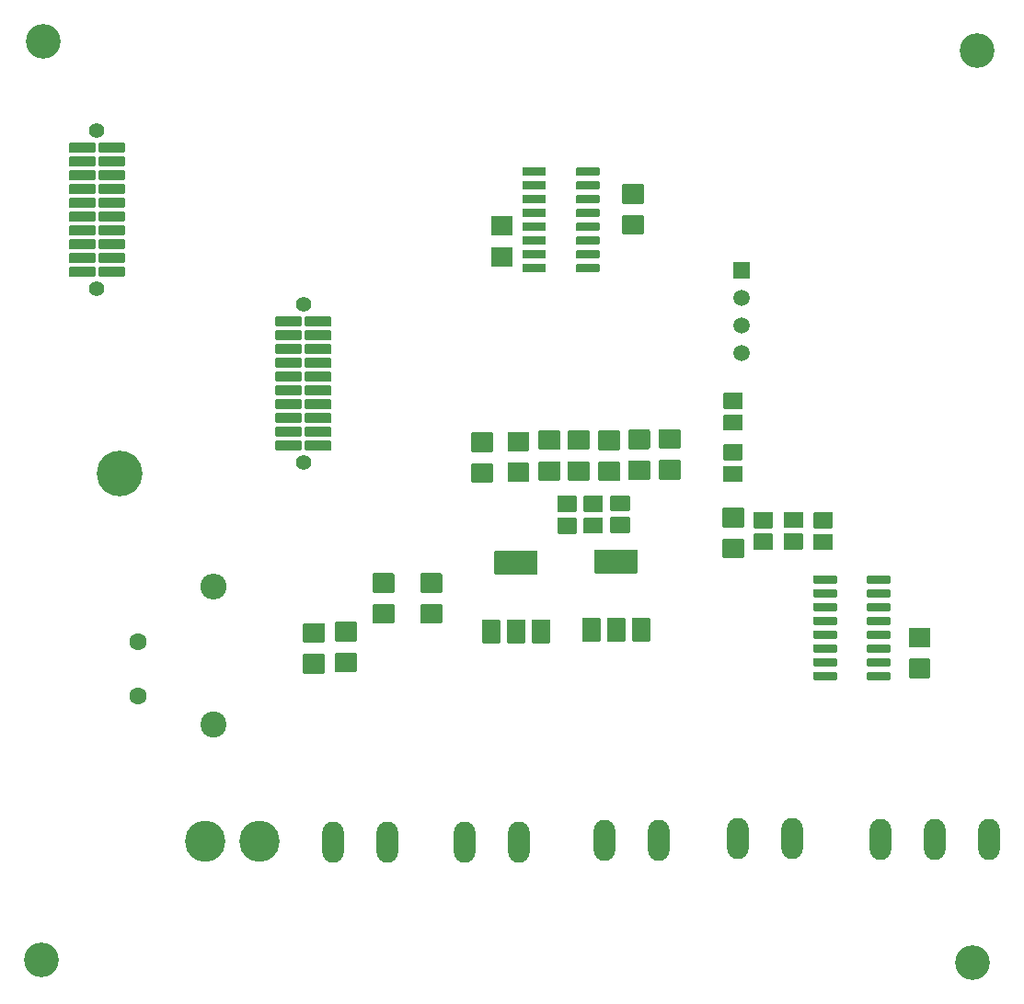
<source format=gbr>
%TF.GenerationSoftware,KiCad,Pcbnew,(5.1.9)-1*%
%TF.CreationDate,2021-09-13T10:00:27+00:00*%
%TF.ProjectId,CZTBoardV3,435a5442-6f61-4726-9456-332e6b696361,rev?*%
%TF.SameCoordinates,Original*%
%TF.FileFunction,Soldermask,Top*%
%TF.FilePolarity,Negative*%
%FSLAX46Y46*%
G04 Gerber Fmt 4.6, Leading zero omitted, Abs format (unit mm)*
G04 Created by KiCad (PCBNEW (5.1.9)-1) date 2021-09-13 10:00:27*
%MOMM*%
%LPD*%
G01*
G04 APERTURE LIST*
%ADD10C,1.600000*%
%ADD11O,2.400000X2.400000*%
%ADD12C,2.400000*%
%ADD13C,4.203200*%
%ADD14C,1.422400*%
%ADD15C,3.200000*%
%ADD16O,1.993900X3.784600*%
%ADD17O,3.703200X3.784600*%
%ADD18C,1.500000*%
%ADD19R,1.500000X1.500000*%
G04 APERTURE END LIST*
D10*
%TO.C,C10*%
X125790000Y-125050000D03*
X125790000Y-130050000D03*
%TD*%
%TO.C,C14*%
G36*
G01*
X181370000Y-103631600D02*
X179770000Y-103631600D01*
G75*
G02*
X179668400Y-103530000I0J101600D01*
G01*
X179668400Y-102230000D01*
G75*
G02*
X179770000Y-102128400I101600J0D01*
G01*
X181370000Y-102128400D01*
G75*
G02*
X181471600Y-102230000I0J-101600D01*
G01*
X181471600Y-103530000D01*
G75*
G02*
X181370000Y-103631600I-101600J0D01*
G01*
G37*
G36*
G01*
X181370000Y-105631600D02*
X179770000Y-105631600D01*
G75*
G02*
X179668400Y-105530000I0J101600D01*
G01*
X179668400Y-104230000D01*
G75*
G02*
X179770000Y-104128400I101600J0D01*
G01*
X181370000Y-104128400D01*
G75*
G02*
X181471600Y-104230000I0J-101600D01*
G01*
X181471600Y-105530000D01*
G75*
G02*
X181370000Y-105631600I-101600J0D01*
G01*
G37*
%TD*%
%TO.C,C11*%
G36*
G01*
X186910000Y-114591600D02*
X185310000Y-114591600D01*
G75*
G02*
X185208400Y-114490000I0J101600D01*
G01*
X185208400Y-113190000D01*
G75*
G02*
X185310000Y-113088400I101600J0D01*
G01*
X186910000Y-113088400D01*
G75*
G02*
X187011600Y-113190000I0J-101600D01*
G01*
X187011600Y-114490000D01*
G75*
G02*
X186910000Y-114591600I-101600J0D01*
G01*
G37*
G36*
G01*
X186910000Y-116591600D02*
X185310000Y-116591600D01*
G75*
G02*
X185208400Y-116490000I0J101600D01*
G01*
X185208400Y-115190000D01*
G75*
G02*
X185310000Y-115088400I101600J0D01*
G01*
X186910000Y-115088400D01*
G75*
G02*
X187011600Y-115190000I0J-101600D01*
G01*
X187011600Y-116490000D01*
G75*
G02*
X186910000Y-116591600I-101600J0D01*
G01*
G37*
%TD*%
%TO.C,C12*%
G36*
G01*
X184140000Y-114611600D02*
X182540000Y-114611600D01*
G75*
G02*
X182438400Y-114510000I0J101600D01*
G01*
X182438400Y-113210000D01*
G75*
G02*
X182540000Y-113108400I101600J0D01*
G01*
X184140000Y-113108400D01*
G75*
G02*
X184241600Y-113210000I0J-101600D01*
G01*
X184241600Y-114510000D01*
G75*
G02*
X184140000Y-114611600I-101600J0D01*
G01*
G37*
G36*
G01*
X184140000Y-116611600D02*
X182540000Y-116611600D01*
G75*
G02*
X182438400Y-116510000I0J101600D01*
G01*
X182438400Y-115210000D01*
G75*
G02*
X182540000Y-115108400I101600J0D01*
G01*
X184140000Y-115108400D01*
G75*
G02*
X184241600Y-115210000I0J-101600D01*
G01*
X184241600Y-116510000D01*
G75*
G02*
X184140000Y-116611600I-101600J0D01*
G01*
G37*
%TD*%
%TO.C,C13*%
G36*
G01*
X181350000Y-108361600D02*
X179750000Y-108361600D01*
G75*
G02*
X179648400Y-108260000I0J101600D01*
G01*
X179648400Y-106960000D01*
G75*
G02*
X179750000Y-106858400I101600J0D01*
G01*
X181350000Y-106858400D01*
G75*
G02*
X181451600Y-106960000I0J-101600D01*
G01*
X181451600Y-108260000D01*
G75*
G02*
X181350000Y-108361600I-101600J0D01*
G01*
G37*
G36*
G01*
X181350000Y-110361600D02*
X179750000Y-110361600D01*
G75*
G02*
X179648400Y-110260000I0J101600D01*
G01*
X179648400Y-108960000D01*
G75*
G02*
X179750000Y-108858400I101600J0D01*
G01*
X181350000Y-108858400D01*
G75*
G02*
X181451600Y-108960000I0J-101600D01*
G01*
X181451600Y-110260000D01*
G75*
G02*
X181350000Y-110361600I-101600J0D01*
G01*
G37*
%TD*%
%TO.C,C6*%
G36*
G01*
X189650000Y-114631600D02*
X188050000Y-114631600D01*
G75*
G02*
X187948400Y-114530000I0J101600D01*
G01*
X187948400Y-113230000D01*
G75*
G02*
X188050000Y-113128400I101600J0D01*
G01*
X189650000Y-113128400D01*
G75*
G02*
X189751600Y-113230000I0J-101600D01*
G01*
X189751600Y-114530000D01*
G75*
G02*
X189650000Y-114631600I-101600J0D01*
G01*
G37*
G36*
G01*
X189650000Y-116631600D02*
X188050000Y-116631600D01*
G75*
G02*
X187948400Y-116530000I0J101600D01*
G01*
X187948400Y-115230000D01*
G75*
G02*
X188050000Y-115128400I101600J0D01*
G01*
X189650000Y-115128400D01*
G75*
G02*
X189751600Y-115230000I0J-101600D01*
G01*
X189751600Y-116530000D01*
G75*
G02*
X189650000Y-116631600I-101600J0D01*
G01*
G37*
%TD*%
%TO.C,C3*%
G36*
G01*
X169380000Y-113568400D02*
X170980000Y-113568400D01*
G75*
G02*
X171081600Y-113670000I0J-101600D01*
G01*
X171081600Y-114970000D01*
G75*
G02*
X170980000Y-115071600I-101600J0D01*
G01*
X169380000Y-115071600D01*
G75*
G02*
X169278400Y-114970000I0J101600D01*
G01*
X169278400Y-113670000D01*
G75*
G02*
X169380000Y-113568400I101600J0D01*
G01*
G37*
G36*
G01*
X169380000Y-111568400D02*
X170980000Y-111568400D01*
G75*
G02*
X171081600Y-111670000I0J-101600D01*
G01*
X171081600Y-112970000D01*
G75*
G02*
X170980000Y-113071600I-101600J0D01*
G01*
X169380000Y-113071600D01*
G75*
G02*
X169278400Y-112970000I0J101600D01*
G01*
X169278400Y-111670000D01*
G75*
G02*
X169380000Y-111568400I101600J0D01*
G01*
G37*
%TD*%
%TO.C,C4*%
G36*
G01*
X166900000Y-113608400D02*
X168500000Y-113608400D01*
G75*
G02*
X168601600Y-113710000I0J-101600D01*
G01*
X168601600Y-115010000D01*
G75*
G02*
X168500000Y-115111600I-101600J0D01*
G01*
X166900000Y-115111600D01*
G75*
G02*
X166798400Y-115010000I0J101600D01*
G01*
X166798400Y-113710000D01*
G75*
G02*
X166900000Y-113608400I101600J0D01*
G01*
G37*
G36*
G01*
X166900000Y-111608400D02*
X168500000Y-111608400D01*
G75*
G02*
X168601600Y-111710000I0J-101600D01*
G01*
X168601600Y-113010000D01*
G75*
G02*
X168500000Y-113111600I-101600J0D01*
G01*
X166900000Y-113111600D01*
G75*
G02*
X166798400Y-113010000I0J101600D01*
G01*
X166798400Y-111710000D01*
G75*
G02*
X166900000Y-111608400I101600J0D01*
G01*
G37*
%TD*%
%TO.C,C2*%
G36*
G01*
X164480000Y-113618400D02*
X166080000Y-113618400D01*
G75*
G02*
X166181600Y-113720000I0J-101600D01*
G01*
X166181600Y-115020000D01*
G75*
G02*
X166080000Y-115121600I-101600J0D01*
G01*
X164480000Y-115121600D01*
G75*
G02*
X164378400Y-115020000I0J101600D01*
G01*
X164378400Y-113720000D01*
G75*
G02*
X164480000Y-113618400I101600J0D01*
G01*
G37*
G36*
G01*
X164480000Y-111618400D02*
X166080000Y-111618400D01*
G75*
G02*
X166181600Y-111720000I0J-101600D01*
G01*
X166181600Y-113020000D01*
G75*
G02*
X166080000Y-113121600I-101600J0D01*
G01*
X164480000Y-113121600D01*
G75*
G02*
X164378400Y-113020000I0J101600D01*
G01*
X164378400Y-111720000D01*
G75*
G02*
X164480000Y-111618400I101600J0D01*
G01*
G37*
%TD*%
D11*
%TO.C,R20*%
X132790000Y-119950000D03*
D12*
X132790000Y-132650000D03*
%TD*%
%TO.C,R1*%
G36*
G01*
X160191500Y-90513600D02*
X158388500Y-90513600D01*
G75*
G02*
X158286900Y-90412000I0J101600D01*
G01*
X158286900Y-88812000D01*
G75*
G02*
X158388500Y-88710400I101600J0D01*
G01*
X160191500Y-88710400D01*
G75*
G02*
X160293100Y-88812000I0J-101600D01*
G01*
X160293100Y-90412000D01*
G75*
G02*
X160191500Y-90513600I-101600J0D01*
G01*
G37*
G36*
G01*
X160191500Y-87669600D02*
X158388500Y-87669600D01*
G75*
G02*
X158286900Y-87568000I0J101600D01*
G01*
X158286900Y-85968000D01*
G75*
G02*
X158388500Y-85866400I101600J0D01*
G01*
X160191500Y-85866400D01*
G75*
G02*
X160293100Y-85968000I0J-101600D01*
G01*
X160293100Y-87568000D01*
G75*
G02*
X160191500Y-87669600I-101600J0D01*
G01*
G37*
%TD*%
%TO.C,R2*%
G36*
G01*
X171018500Y-105526400D02*
X172821500Y-105526400D01*
G75*
G02*
X172923100Y-105628000I0J-101600D01*
G01*
X172923100Y-107228000D01*
G75*
G02*
X172821500Y-107329600I-101600J0D01*
G01*
X171018500Y-107329600D01*
G75*
G02*
X170916900Y-107228000I0J101600D01*
G01*
X170916900Y-105628000D01*
G75*
G02*
X171018500Y-105526400I101600J0D01*
G01*
G37*
G36*
G01*
X171018500Y-108370400D02*
X172821500Y-108370400D01*
G75*
G02*
X172923100Y-108472000I0J-101600D01*
G01*
X172923100Y-110072000D01*
G75*
G02*
X172821500Y-110173600I-101600J0D01*
G01*
X171018500Y-110173600D01*
G75*
G02*
X170916900Y-110072000I0J101600D01*
G01*
X170916900Y-108472000D01*
G75*
G02*
X171018500Y-108370400I101600J0D01*
G01*
G37*
%TD*%
%TO.C,R3*%
G36*
G01*
X172261500Y-87565600D02*
X170458500Y-87565600D01*
G75*
G02*
X170356900Y-87464000I0J101600D01*
G01*
X170356900Y-85864000D01*
G75*
G02*
X170458500Y-85762400I101600J0D01*
G01*
X172261500Y-85762400D01*
G75*
G02*
X172363100Y-85864000I0J-101600D01*
G01*
X172363100Y-87464000D01*
G75*
G02*
X172261500Y-87565600I-101600J0D01*
G01*
G37*
G36*
G01*
X172261500Y-84721600D02*
X170458500Y-84721600D01*
G75*
G02*
X170356900Y-84620000I0J101600D01*
G01*
X170356900Y-83020000D01*
G75*
G02*
X170458500Y-82918400I101600J0D01*
G01*
X172261500Y-82918400D01*
G75*
G02*
X172363100Y-83020000I0J-101600D01*
G01*
X172363100Y-84620000D01*
G75*
G02*
X172261500Y-84721600I-101600J0D01*
G01*
G37*
%TD*%
%TO.C,R4*%
G36*
G01*
X144028500Y-123236400D02*
X145831500Y-123236400D01*
G75*
G02*
X145933100Y-123338000I0J-101600D01*
G01*
X145933100Y-124938000D01*
G75*
G02*
X145831500Y-125039600I-101600J0D01*
G01*
X144028500Y-125039600D01*
G75*
G02*
X143926900Y-124938000I0J101600D01*
G01*
X143926900Y-123338000D01*
G75*
G02*
X144028500Y-123236400I101600J0D01*
G01*
G37*
G36*
G01*
X144028500Y-126080400D02*
X145831500Y-126080400D01*
G75*
G02*
X145933100Y-126182000I0J-101600D01*
G01*
X145933100Y-127782000D01*
G75*
G02*
X145831500Y-127883600I-101600J0D01*
G01*
X144028500Y-127883600D01*
G75*
G02*
X143926900Y-127782000I0J101600D01*
G01*
X143926900Y-126182000D01*
G75*
G02*
X144028500Y-126080400I101600J0D01*
G01*
G37*
%TD*%
%TO.C,R9*%
G36*
G01*
X159908500Y-105718400D02*
X161711500Y-105718400D01*
G75*
G02*
X161813100Y-105820000I0J-101600D01*
G01*
X161813100Y-107420000D01*
G75*
G02*
X161711500Y-107521600I-101600J0D01*
G01*
X159908500Y-107521600D01*
G75*
G02*
X159806900Y-107420000I0J101600D01*
G01*
X159806900Y-105820000D01*
G75*
G02*
X159908500Y-105718400I101600J0D01*
G01*
G37*
G36*
G01*
X159908500Y-108562400D02*
X161711500Y-108562400D01*
G75*
G02*
X161813100Y-108664000I0J-101600D01*
G01*
X161813100Y-110264000D01*
G75*
G02*
X161711500Y-110365600I-101600J0D01*
G01*
X159908500Y-110365600D01*
G75*
G02*
X159806900Y-110264000I0J101600D01*
G01*
X159806900Y-108664000D01*
G75*
G02*
X159908500Y-108562400I101600J0D01*
G01*
G37*
%TD*%
%TO.C,R10*%
G36*
G01*
X151888500Y-118748400D02*
X153691500Y-118748400D01*
G75*
G02*
X153793100Y-118850000I0J-101600D01*
G01*
X153793100Y-120450000D01*
G75*
G02*
X153691500Y-120551600I-101600J0D01*
G01*
X151888500Y-120551600D01*
G75*
G02*
X151786900Y-120450000I0J101600D01*
G01*
X151786900Y-118850000D01*
G75*
G02*
X151888500Y-118748400I101600J0D01*
G01*
G37*
G36*
G01*
X151888500Y-121592400D02*
X153691500Y-121592400D01*
G75*
G02*
X153793100Y-121694000I0J-101600D01*
G01*
X153793100Y-123294000D01*
G75*
G02*
X153691500Y-123395600I-101600J0D01*
G01*
X151888500Y-123395600D01*
G75*
G02*
X151786900Y-123294000I0J101600D01*
G01*
X151786900Y-121694000D01*
G75*
G02*
X151888500Y-121592400I101600J0D01*
G01*
G37*
%TD*%
%TO.C,R11*%
G36*
G01*
X147488500Y-118748400D02*
X149291500Y-118748400D01*
G75*
G02*
X149393100Y-118850000I0J-101600D01*
G01*
X149393100Y-120450000D01*
G75*
G02*
X149291500Y-120551600I-101600J0D01*
G01*
X147488500Y-120551600D01*
G75*
G02*
X147386900Y-120450000I0J101600D01*
G01*
X147386900Y-118850000D01*
G75*
G02*
X147488500Y-118748400I101600J0D01*
G01*
G37*
G36*
G01*
X147488500Y-121592400D02*
X149291500Y-121592400D01*
G75*
G02*
X149393100Y-121694000I0J-101600D01*
G01*
X149393100Y-123294000D01*
G75*
G02*
X149291500Y-123395600I-101600J0D01*
G01*
X147488500Y-123395600D01*
G75*
G02*
X147386900Y-123294000I0J101600D01*
G01*
X147386900Y-121694000D01*
G75*
G02*
X147488500Y-121592400I101600J0D01*
G01*
G37*
%TD*%
%TO.C,R12*%
G36*
G01*
X170061500Y-110275600D02*
X168258500Y-110275600D01*
G75*
G02*
X168156900Y-110174000I0J101600D01*
G01*
X168156900Y-108574000D01*
G75*
G02*
X168258500Y-108472400I101600J0D01*
G01*
X170061500Y-108472400D01*
G75*
G02*
X170163100Y-108574000I0J-101600D01*
G01*
X170163100Y-110174000D01*
G75*
G02*
X170061500Y-110275600I-101600J0D01*
G01*
G37*
G36*
G01*
X170061500Y-107431600D02*
X168258500Y-107431600D01*
G75*
G02*
X168156900Y-107330000I0J101600D01*
G01*
X168156900Y-105730000D01*
G75*
G02*
X168258500Y-105628400I101600J0D01*
G01*
X170061500Y-105628400D01*
G75*
G02*
X170163100Y-105730000I0J-101600D01*
G01*
X170163100Y-107330000D01*
G75*
G02*
X170061500Y-107431600I-101600J0D01*
G01*
G37*
%TD*%
%TO.C,R13*%
G36*
G01*
X173838500Y-105478400D02*
X175641500Y-105478400D01*
G75*
G02*
X175743100Y-105580000I0J-101600D01*
G01*
X175743100Y-107180000D01*
G75*
G02*
X175641500Y-107281600I-101600J0D01*
G01*
X173838500Y-107281600D01*
G75*
G02*
X173736900Y-107180000I0J101600D01*
G01*
X173736900Y-105580000D01*
G75*
G02*
X173838500Y-105478400I101600J0D01*
G01*
G37*
G36*
G01*
X173838500Y-108322400D02*
X175641500Y-108322400D01*
G75*
G02*
X175743100Y-108424000I0J-101600D01*
G01*
X175743100Y-110024000D01*
G75*
G02*
X175641500Y-110125600I-101600J0D01*
G01*
X173838500Y-110125600D01*
G75*
G02*
X173736900Y-110024000I0J101600D01*
G01*
X173736900Y-108424000D01*
G75*
G02*
X173838500Y-108322400I101600J0D01*
G01*
G37*
%TD*%
%TO.C,R14*%
G36*
G01*
X165448500Y-105598400D02*
X167251500Y-105598400D01*
G75*
G02*
X167353100Y-105700000I0J-101600D01*
G01*
X167353100Y-107300000D01*
G75*
G02*
X167251500Y-107401600I-101600J0D01*
G01*
X165448500Y-107401600D01*
G75*
G02*
X165346900Y-107300000I0J101600D01*
G01*
X165346900Y-105700000D01*
G75*
G02*
X165448500Y-105598400I101600J0D01*
G01*
G37*
G36*
G01*
X165448500Y-108442400D02*
X167251500Y-108442400D01*
G75*
G02*
X167353100Y-108544000I0J-101600D01*
G01*
X167353100Y-110144000D01*
G75*
G02*
X167251500Y-110245600I-101600J0D01*
G01*
X165448500Y-110245600D01*
G75*
G02*
X165346900Y-110144000I0J101600D01*
G01*
X165346900Y-108544000D01*
G75*
G02*
X165448500Y-108442400I101600J0D01*
G01*
G37*
%TD*%
%TO.C,R15*%
G36*
G01*
X156578500Y-105778400D02*
X158381500Y-105778400D01*
G75*
G02*
X158483100Y-105880000I0J-101600D01*
G01*
X158483100Y-107480000D01*
G75*
G02*
X158381500Y-107581600I-101600J0D01*
G01*
X156578500Y-107581600D01*
G75*
G02*
X156476900Y-107480000I0J101600D01*
G01*
X156476900Y-105880000D01*
G75*
G02*
X156578500Y-105778400I101600J0D01*
G01*
G37*
G36*
G01*
X156578500Y-108622400D02*
X158381500Y-108622400D01*
G75*
G02*
X158483100Y-108724000I0J-101600D01*
G01*
X158483100Y-110324000D01*
G75*
G02*
X158381500Y-110425600I-101600J0D01*
G01*
X156578500Y-110425600D01*
G75*
G02*
X156476900Y-110324000I0J101600D01*
G01*
X156476900Y-108724000D01*
G75*
G02*
X156578500Y-108622400I101600J0D01*
G01*
G37*
%TD*%
%TO.C,R16*%
G36*
G01*
X162778500Y-105598400D02*
X164581500Y-105598400D01*
G75*
G02*
X164683100Y-105700000I0J-101600D01*
G01*
X164683100Y-107300000D01*
G75*
G02*
X164581500Y-107401600I-101600J0D01*
G01*
X162778500Y-107401600D01*
G75*
G02*
X162676900Y-107300000I0J101600D01*
G01*
X162676900Y-105700000D01*
G75*
G02*
X162778500Y-105598400I101600J0D01*
G01*
G37*
G36*
G01*
X162778500Y-108442400D02*
X164581500Y-108442400D01*
G75*
G02*
X164683100Y-108544000I0J-101600D01*
G01*
X164683100Y-110144000D01*
G75*
G02*
X164581500Y-110245600I-101600J0D01*
G01*
X162778500Y-110245600D01*
G75*
G02*
X162676900Y-110144000I0J101600D01*
G01*
X162676900Y-108544000D01*
G75*
G02*
X162778500Y-108442400I101600J0D01*
G01*
G37*
%TD*%
%TO.C,R17*%
G36*
G01*
X196818500Y-123766400D02*
X198621500Y-123766400D01*
G75*
G02*
X198723100Y-123868000I0J-101600D01*
G01*
X198723100Y-125468000D01*
G75*
G02*
X198621500Y-125569600I-101600J0D01*
G01*
X196818500Y-125569600D01*
G75*
G02*
X196716900Y-125468000I0J101600D01*
G01*
X196716900Y-123868000D01*
G75*
G02*
X196818500Y-123766400I101600J0D01*
G01*
G37*
G36*
G01*
X196818500Y-126610400D02*
X198621500Y-126610400D01*
G75*
G02*
X198723100Y-126712000I0J-101600D01*
G01*
X198723100Y-128312000D01*
G75*
G02*
X198621500Y-128413600I-101600J0D01*
G01*
X196818500Y-128413600D01*
G75*
G02*
X196716900Y-128312000I0J101600D01*
G01*
X196716900Y-126712000D01*
G75*
G02*
X196818500Y-126610400I101600J0D01*
G01*
G37*
%TD*%
%TO.C,R18*%
G36*
G01*
X142901500Y-127995600D02*
X141098500Y-127995600D01*
G75*
G02*
X140996900Y-127894000I0J101600D01*
G01*
X140996900Y-126294000D01*
G75*
G02*
X141098500Y-126192400I101600J0D01*
G01*
X142901500Y-126192400D01*
G75*
G02*
X143003100Y-126294000I0J-101600D01*
G01*
X143003100Y-127894000D01*
G75*
G02*
X142901500Y-127995600I-101600J0D01*
G01*
G37*
G36*
G01*
X142901500Y-125151600D02*
X141098500Y-125151600D01*
G75*
G02*
X140996900Y-125050000I0J101600D01*
G01*
X140996900Y-123450000D01*
G75*
G02*
X141098500Y-123348400I101600J0D01*
G01*
X142901500Y-123348400D01*
G75*
G02*
X143003100Y-123450000I0J-101600D01*
G01*
X143003100Y-125050000D01*
G75*
G02*
X142901500Y-125151600I-101600J0D01*
G01*
G37*
%TD*%
%TO.C,R21*%
G36*
G01*
X181491500Y-117375600D02*
X179688500Y-117375600D01*
G75*
G02*
X179586900Y-117274000I0J101600D01*
G01*
X179586900Y-115674000D01*
G75*
G02*
X179688500Y-115572400I101600J0D01*
G01*
X181491500Y-115572400D01*
G75*
G02*
X181593100Y-115674000I0J-101600D01*
G01*
X181593100Y-117274000D01*
G75*
G02*
X181491500Y-117375600I-101600J0D01*
G01*
G37*
G36*
G01*
X181491500Y-114531600D02*
X179688500Y-114531600D01*
G75*
G02*
X179586900Y-114430000I0J101600D01*
G01*
X179586900Y-112830000D01*
G75*
G02*
X179688500Y-112728400I101600J0D01*
G01*
X181491500Y-112728400D01*
G75*
G02*
X181593100Y-112830000I0J-101600D01*
G01*
X181593100Y-114430000D01*
G75*
G02*
X181491500Y-114531600I-101600J0D01*
G01*
G37*
%TD*%
D13*
%TO.C,U1*%
X124090000Y-109530000D03*
D14*
X122026400Y-92579500D03*
X122026400Y-77974500D03*
G36*
G01*
X122280500Y-79092100D02*
X124502900Y-79092100D01*
G75*
G02*
X124604500Y-79193700I0J-101600D01*
G01*
X124604500Y-79930300D01*
G75*
G02*
X124502900Y-80031900I-101600J0D01*
G01*
X122280500Y-80031900D01*
G75*
G02*
X122178900Y-79930300I0J101600D01*
G01*
X122178900Y-79193700D01*
G75*
G02*
X122280500Y-79092100I101600J0D01*
G01*
G37*
G36*
G01*
X119550000Y-79092100D02*
X121772400Y-79092100D01*
G75*
G02*
X121874000Y-79193700I0J-101600D01*
G01*
X121874000Y-79930300D01*
G75*
G02*
X121772400Y-80031900I-101600J0D01*
G01*
X119550000Y-80031900D01*
G75*
G02*
X119448400Y-79930300I0J101600D01*
G01*
X119448400Y-79193700D01*
G75*
G02*
X119550000Y-79092100I101600J0D01*
G01*
G37*
G36*
G01*
X122280500Y-80362100D02*
X124502900Y-80362100D01*
G75*
G02*
X124604500Y-80463700I0J-101600D01*
G01*
X124604500Y-81200300D01*
G75*
G02*
X124502900Y-81301900I-101600J0D01*
G01*
X122280500Y-81301900D01*
G75*
G02*
X122178900Y-81200300I0J101600D01*
G01*
X122178900Y-80463700D01*
G75*
G02*
X122280500Y-80362100I101600J0D01*
G01*
G37*
G36*
G01*
X119550000Y-80362100D02*
X121772400Y-80362100D01*
G75*
G02*
X121874000Y-80463700I0J-101600D01*
G01*
X121874000Y-81200300D01*
G75*
G02*
X121772400Y-81301900I-101600J0D01*
G01*
X119550000Y-81301900D01*
G75*
G02*
X119448400Y-81200300I0J101600D01*
G01*
X119448400Y-80463700D01*
G75*
G02*
X119550000Y-80362100I101600J0D01*
G01*
G37*
G36*
G01*
X122280500Y-81632100D02*
X124502900Y-81632100D01*
G75*
G02*
X124604500Y-81733700I0J-101600D01*
G01*
X124604500Y-82470300D01*
G75*
G02*
X124502900Y-82571900I-101600J0D01*
G01*
X122280500Y-82571900D01*
G75*
G02*
X122178900Y-82470300I0J101600D01*
G01*
X122178900Y-81733700D01*
G75*
G02*
X122280500Y-81632100I101600J0D01*
G01*
G37*
G36*
G01*
X119550000Y-81632100D02*
X121772400Y-81632100D01*
G75*
G02*
X121874000Y-81733700I0J-101600D01*
G01*
X121874000Y-82470300D01*
G75*
G02*
X121772400Y-82571900I-101600J0D01*
G01*
X119550000Y-82571900D01*
G75*
G02*
X119448400Y-82470300I0J101600D01*
G01*
X119448400Y-81733700D01*
G75*
G02*
X119550000Y-81632100I101600J0D01*
G01*
G37*
G36*
G01*
X122280500Y-82902100D02*
X124502900Y-82902100D01*
G75*
G02*
X124604500Y-83003700I0J-101600D01*
G01*
X124604500Y-83740300D01*
G75*
G02*
X124502900Y-83841900I-101600J0D01*
G01*
X122280500Y-83841900D01*
G75*
G02*
X122178900Y-83740300I0J101600D01*
G01*
X122178900Y-83003700D01*
G75*
G02*
X122280500Y-82902100I101600J0D01*
G01*
G37*
G36*
G01*
X119550000Y-82902100D02*
X121772400Y-82902100D01*
G75*
G02*
X121874000Y-83003700I0J-101600D01*
G01*
X121874000Y-83740300D01*
G75*
G02*
X121772400Y-83841900I-101600J0D01*
G01*
X119550000Y-83841900D01*
G75*
G02*
X119448400Y-83740300I0J101600D01*
G01*
X119448400Y-83003700D01*
G75*
G02*
X119550000Y-82902100I101600J0D01*
G01*
G37*
G36*
G01*
X122280500Y-84172100D02*
X124502900Y-84172100D01*
G75*
G02*
X124604500Y-84273700I0J-101600D01*
G01*
X124604500Y-85010300D01*
G75*
G02*
X124502900Y-85111900I-101600J0D01*
G01*
X122280500Y-85111900D01*
G75*
G02*
X122178900Y-85010300I0J101600D01*
G01*
X122178900Y-84273700D01*
G75*
G02*
X122280500Y-84172100I101600J0D01*
G01*
G37*
G36*
G01*
X119550000Y-84172100D02*
X121772400Y-84172100D01*
G75*
G02*
X121874000Y-84273700I0J-101600D01*
G01*
X121874000Y-85010300D01*
G75*
G02*
X121772400Y-85111900I-101600J0D01*
G01*
X119550000Y-85111900D01*
G75*
G02*
X119448400Y-85010300I0J101600D01*
G01*
X119448400Y-84273700D01*
G75*
G02*
X119550000Y-84172100I101600J0D01*
G01*
G37*
G36*
G01*
X122280500Y-85442100D02*
X124502900Y-85442100D01*
G75*
G02*
X124604500Y-85543700I0J-101600D01*
G01*
X124604500Y-86280300D01*
G75*
G02*
X124502900Y-86381900I-101600J0D01*
G01*
X122280500Y-86381900D01*
G75*
G02*
X122178900Y-86280300I0J101600D01*
G01*
X122178900Y-85543700D01*
G75*
G02*
X122280500Y-85442100I101600J0D01*
G01*
G37*
G36*
G01*
X119550000Y-85442100D02*
X121772400Y-85442100D01*
G75*
G02*
X121874000Y-85543700I0J-101600D01*
G01*
X121874000Y-86280300D01*
G75*
G02*
X121772400Y-86381900I-101600J0D01*
G01*
X119550000Y-86381900D01*
G75*
G02*
X119448400Y-86280300I0J101600D01*
G01*
X119448400Y-85543700D01*
G75*
G02*
X119550000Y-85442100I101600J0D01*
G01*
G37*
G36*
G01*
X122280500Y-86712100D02*
X124502900Y-86712100D01*
G75*
G02*
X124604500Y-86813700I0J-101600D01*
G01*
X124604500Y-87550300D01*
G75*
G02*
X124502900Y-87651900I-101600J0D01*
G01*
X122280500Y-87651900D01*
G75*
G02*
X122178900Y-87550300I0J101600D01*
G01*
X122178900Y-86813700D01*
G75*
G02*
X122280500Y-86712100I101600J0D01*
G01*
G37*
G36*
G01*
X119550000Y-86712100D02*
X121772400Y-86712100D01*
G75*
G02*
X121874000Y-86813700I0J-101600D01*
G01*
X121874000Y-87550300D01*
G75*
G02*
X121772400Y-87651900I-101600J0D01*
G01*
X119550000Y-87651900D01*
G75*
G02*
X119448400Y-87550300I0J101600D01*
G01*
X119448400Y-86813700D01*
G75*
G02*
X119550000Y-86712100I101600J0D01*
G01*
G37*
G36*
G01*
X122280500Y-87982100D02*
X124502900Y-87982100D01*
G75*
G02*
X124604500Y-88083700I0J-101600D01*
G01*
X124604500Y-88820300D01*
G75*
G02*
X124502900Y-88921900I-101600J0D01*
G01*
X122280500Y-88921900D01*
G75*
G02*
X122178900Y-88820300I0J101600D01*
G01*
X122178900Y-88083700D01*
G75*
G02*
X122280500Y-87982100I101600J0D01*
G01*
G37*
G36*
G01*
X119550000Y-87982100D02*
X121772400Y-87982100D01*
G75*
G02*
X121874000Y-88083700I0J-101600D01*
G01*
X121874000Y-88820300D01*
G75*
G02*
X121772400Y-88921900I-101600J0D01*
G01*
X119550000Y-88921900D01*
G75*
G02*
X119448400Y-88820300I0J101600D01*
G01*
X119448400Y-88083700D01*
G75*
G02*
X119550000Y-87982100I101600J0D01*
G01*
G37*
G36*
G01*
X122280500Y-89252100D02*
X124502900Y-89252100D01*
G75*
G02*
X124604500Y-89353700I0J-101600D01*
G01*
X124604500Y-90090300D01*
G75*
G02*
X124502900Y-90191900I-101600J0D01*
G01*
X122280500Y-90191900D01*
G75*
G02*
X122178900Y-90090300I0J101600D01*
G01*
X122178900Y-89353700D01*
G75*
G02*
X122280500Y-89252100I101600J0D01*
G01*
G37*
G36*
G01*
X119550000Y-89252100D02*
X121772400Y-89252100D01*
G75*
G02*
X121874000Y-89353700I0J-101600D01*
G01*
X121874000Y-90090300D01*
G75*
G02*
X121772400Y-90191900I-101600J0D01*
G01*
X119550000Y-90191900D01*
G75*
G02*
X119448400Y-90090300I0J101600D01*
G01*
X119448400Y-89353700D01*
G75*
G02*
X119550000Y-89252100I101600J0D01*
G01*
G37*
G36*
G01*
X122280500Y-90522100D02*
X124502900Y-90522100D01*
G75*
G02*
X124604500Y-90623700I0J-101600D01*
G01*
X124604500Y-91360300D01*
G75*
G02*
X124502900Y-91461900I-101600J0D01*
G01*
X122280500Y-91461900D01*
G75*
G02*
X122178900Y-91360300I0J101600D01*
G01*
X122178900Y-90623700D01*
G75*
G02*
X122280500Y-90522100I101600J0D01*
G01*
G37*
G36*
G01*
X119550000Y-90522100D02*
X121772400Y-90522100D01*
G75*
G02*
X121874000Y-90623700I0J-101600D01*
G01*
X121874000Y-91360300D01*
G75*
G02*
X121772400Y-91461900I-101600J0D01*
G01*
X119550000Y-91461900D01*
G75*
G02*
X119448400Y-91360300I0J101600D01*
G01*
X119448400Y-90623700D01*
G75*
G02*
X119550000Y-90522100I101600J0D01*
G01*
G37*
X141020000Y-108582500D03*
X141020000Y-93977500D03*
G36*
G01*
X141274100Y-95095100D02*
X143496500Y-95095100D01*
G75*
G02*
X143598100Y-95196700I0J-101600D01*
G01*
X143598100Y-95933300D01*
G75*
G02*
X143496500Y-96034900I-101600J0D01*
G01*
X141274100Y-96034900D01*
G75*
G02*
X141172500Y-95933300I0J101600D01*
G01*
X141172500Y-95196700D01*
G75*
G02*
X141274100Y-95095100I101600J0D01*
G01*
G37*
G36*
G01*
X138543600Y-95095100D02*
X140766000Y-95095100D01*
G75*
G02*
X140867600Y-95196700I0J-101600D01*
G01*
X140867600Y-95933300D01*
G75*
G02*
X140766000Y-96034900I-101600J0D01*
G01*
X138543600Y-96034900D01*
G75*
G02*
X138442000Y-95933300I0J101600D01*
G01*
X138442000Y-95196700D01*
G75*
G02*
X138543600Y-95095100I101600J0D01*
G01*
G37*
G36*
G01*
X141274100Y-96365100D02*
X143496500Y-96365100D01*
G75*
G02*
X143598100Y-96466700I0J-101600D01*
G01*
X143598100Y-97203300D01*
G75*
G02*
X143496500Y-97304900I-101600J0D01*
G01*
X141274100Y-97304900D01*
G75*
G02*
X141172500Y-97203300I0J101600D01*
G01*
X141172500Y-96466700D01*
G75*
G02*
X141274100Y-96365100I101600J0D01*
G01*
G37*
G36*
G01*
X138543600Y-96365100D02*
X140766000Y-96365100D01*
G75*
G02*
X140867600Y-96466700I0J-101600D01*
G01*
X140867600Y-97203300D01*
G75*
G02*
X140766000Y-97304900I-101600J0D01*
G01*
X138543600Y-97304900D01*
G75*
G02*
X138442000Y-97203300I0J101600D01*
G01*
X138442000Y-96466700D01*
G75*
G02*
X138543600Y-96365100I101600J0D01*
G01*
G37*
G36*
G01*
X141274100Y-97635100D02*
X143496500Y-97635100D01*
G75*
G02*
X143598100Y-97736700I0J-101600D01*
G01*
X143598100Y-98473300D01*
G75*
G02*
X143496500Y-98574900I-101600J0D01*
G01*
X141274100Y-98574900D01*
G75*
G02*
X141172500Y-98473300I0J101600D01*
G01*
X141172500Y-97736700D01*
G75*
G02*
X141274100Y-97635100I101600J0D01*
G01*
G37*
G36*
G01*
X138543600Y-97635100D02*
X140766000Y-97635100D01*
G75*
G02*
X140867600Y-97736700I0J-101600D01*
G01*
X140867600Y-98473300D01*
G75*
G02*
X140766000Y-98574900I-101600J0D01*
G01*
X138543600Y-98574900D01*
G75*
G02*
X138442000Y-98473300I0J101600D01*
G01*
X138442000Y-97736700D01*
G75*
G02*
X138543600Y-97635100I101600J0D01*
G01*
G37*
G36*
G01*
X141274100Y-98905100D02*
X143496500Y-98905100D01*
G75*
G02*
X143598100Y-99006700I0J-101600D01*
G01*
X143598100Y-99743300D01*
G75*
G02*
X143496500Y-99844900I-101600J0D01*
G01*
X141274100Y-99844900D01*
G75*
G02*
X141172500Y-99743300I0J101600D01*
G01*
X141172500Y-99006700D01*
G75*
G02*
X141274100Y-98905100I101600J0D01*
G01*
G37*
G36*
G01*
X138543600Y-98905100D02*
X140766000Y-98905100D01*
G75*
G02*
X140867600Y-99006700I0J-101600D01*
G01*
X140867600Y-99743300D01*
G75*
G02*
X140766000Y-99844900I-101600J0D01*
G01*
X138543600Y-99844900D01*
G75*
G02*
X138442000Y-99743300I0J101600D01*
G01*
X138442000Y-99006700D01*
G75*
G02*
X138543600Y-98905100I101600J0D01*
G01*
G37*
G36*
G01*
X141274100Y-100175100D02*
X143496500Y-100175100D01*
G75*
G02*
X143598100Y-100276700I0J-101600D01*
G01*
X143598100Y-101013300D01*
G75*
G02*
X143496500Y-101114900I-101600J0D01*
G01*
X141274100Y-101114900D01*
G75*
G02*
X141172500Y-101013300I0J101600D01*
G01*
X141172500Y-100276700D01*
G75*
G02*
X141274100Y-100175100I101600J0D01*
G01*
G37*
G36*
G01*
X138543600Y-100175100D02*
X140766000Y-100175100D01*
G75*
G02*
X140867600Y-100276700I0J-101600D01*
G01*
X140867600Y-101013300D01*
G75*
G02*
X140766000Y-101114900I-101600J0D01*
G01*
X138543600Y-101114900D01*
G75*
G02*
X138442000Y-101013300I0J101600D01*
G01*
X138442000Y-100276700D01*
G75*
G02*
X138543600Y-100175100I101600J0D01*
G01*
G37*
G36*
G01*
X141274100Y-101445100D02*
X143496500Y-101445100D01*
G75*
G02*
X143598100Y-101546700I0J-101600D01*
G01*
X143598100Y-102283300D01*
G75*
G02*
X143496500Y-102384900I-101600J0D01*
G01*
X141274100Y-102384900D01*
G75*
G02*
X141172500Y-102283300I0J101600D01*
G01*
X141172500Y-101546700D01*
G75*
G02*
X141274100Y-101445100I101600J0D01*
G01*
G37*
G36*
G01*
X138543600Y-101445100D02*
X140766000Y-101445100D01*
G75*
G02*
X140867600Y-101546700I0J-101600D01*
G01*
X140867600Y-102283300D01*
G75*
G02*
X140766000Y-102384900I-101600J0D01*
G01*
X138543600Y-102384900D01*
G75*
G02*
X138442000Y-102283300I0J101600D01*
G01*
X138442000Y-101546700D01*
G75*
G02*
X138543600Y-101445100I101600J0D01*
G01*
G37*
G36*
G01*
X141274100Y-102715100D02*
X143496500Y-102715100D01*
G75*
G02*
X143598100Y-102816700I0J-101600D01*
G01*
X143598100Y-103553300D01*
G75*
G02*
X143496500Y-103654900I-101600J0D01*
G01*
X141274100Y-103654900D01*
G75*
G02*
X141172500Y-103553300I0J101600D01*
G01*
X141172500Y-102816700D01*
G75*
G02*
X141274100Y-102715100I101600J0D01*
G01*
G37*
G36*
G01*
X138543600Y-102715100D02*
X140766000Y-102715100D01*
G75*
G02*
X140867600Y-102816700I0J-101600D01*
G01*
X140867600Y-103553300D01*
G75*
G02*
X140766000Y-103654900I-101600J0D01*
G01*
X138543600Y-103654900D01*
G75*
G02*
X138442000Y-103553300I0J101600D01*
G01*
X138442000Y-102816700D01*
G75*
G02*
X138543600Y-102715100I101600J0D01*
G01*
G37*
G36*
G01*
X141274100Y-103985100D02*
X143496500Y-103985100D01*
G75*
G02*
X143598100Y-104086700I0J-101600D01*
G01*
X143598100Y-104823300D01*
G75*
G02*
X143496500Y-104924900I-101600J0D01*
G01*
X141274100Y-104924900D01*
G75*
G02*
X141172500Y-104823300I0J101600D01*
G01*
X141172500Y-104086700D01*
G75*
G02*
X141274100Y-103985100I101600J0D01*
G01*
G37*
G36*
G01*
X138543600Y-103985100D02*
X140766000Y-103985100D01*
G75*
G02*
X140867600Y-104086700I0J-101600D01*
G01*
X140867600Y-104823300D01*
G75*
G02*
X140766000Y-104924900I-101600J0D01*
G01*
X138543600Y-104924900D01*
G75*
G02*
X138442000Y-104823300I0J101600D01*
G01*
X138442000Y-104086700D01*
G75*
G02*
X138543600Y-103985100I101600J0D01*
G01*
G37*
G36*
G01*
X141274100Y-105255100D02*
X143496500Y-105255100D01*
G75*
G02*
X143598100Y-105356700I0J-101600D01*
G01*
X143598100Y-106093300D01*
G75*
G02*
X143496500Y-106194900I-101600J0D01*
G01*
X141274100Y-106194900D01*
G75*
G02*
X141172500Y-106093300I0J101600D01*
G01*
X141172500Y-105356700D01*
G75*
G02*
X141274100Y-105255100I101600J0D01*
G01*
G37*
G36*
G01*
X138543600Y-105255100D02*
X140766000Y-105255100D01*
G75*
G02*
X140867600Y-105356700I0J-101600D01*
G01*
X140867600Y-106093300D01*
G75*
G02*
X140766000Y-106194900I-101600J0D01*
G01*
X138543600Y-106194900D01*
G75*
G02*
X138442000Y-106093300I0J101600D01*
G01*
X138442000Y-105356700D01*
G75*
G02*
X138543600Y-105255100I101600J0D01*
G01*
G37*
G36*
G01*
X141274100Y-106525100D02*
X143496500Y-106525100D01*
G75*
G02*
X143598100Y-106626700I0J-101600D01*
G01*
X143598100Y-107363300D01*
G75*
G02*
X143496500Y-107464900I-101600J0D01*
G01*
X141274100Y-107464900D01*
G75*
G02*
X141172500Y-107363300I0J101600D01*
G01*
X141172500Y-106626700D01*
G75*
G02*
X141274100Y-106525100I101600J0D01*
G01*
G37*
G36*
G01*
X138543600Y-106525100D02*
X140766000Y-106525100D01*
G75*
G02*
X140867600Y-106626700I0J-101600D01*
G01*
X140867600Y-107363300D01*
G75*
G02*
X140766000Y-107464900I-101600J0D01*
G01*
X138543600Y-107464900D01*
G75*
G02*
X138442000Y-107363300I0J101600D01*
G01*
X138442000Y-106626700D01*
G75*
G02*
X138543600Y-106525100I101600J0D01*
G01*
G37*
%TD*%
D15*
%TO.C,mount*%
X203030000Y-70660000D03*
%TD*%
%TO.C,mount*%
X116950000Y-154380000D03*
%TD*%
%TO.C,mount*%
X202620000Y-154620000D03*
%TD*%
%TO.C,mount*%
X117110000Y-69760000D03*
%TD*%
D16*
%TO.C,X6*%
X204090000Y-143240000D03*
X199090000Y-143240000D03*
X194090000Y-143240000D03*
%TD*%
%TO.C,X5*%
X185990000Y-143220000D03*
X180990000Y-143220000D03*
%TD*%
%TO.C,X4*%
X173690000Y-143320000D03*
X168690000Y-143320000D03*
%TD*%
%TO.C,X3*%
X160890000Y-143520000D03*
X155890000Y-143520000D03*
%TD*%
%TO.C,X2*%
X148790000Y-143520000D03*
X143790000Y-143520000D03*
%TD*%
D17*
%TO.C,X1*%
X136990000Y-143450000D03*
X131990000Y-143450000D03*
%TD*%
D18*
%TO.C,U4*%
X181350000Y-98440000D03*
X181350000Y-95900000D03*
X181350000Y-93360000D03*
D19*
X181350000Y-90820000D03*
%TD*%
%TO.C,U3*%
G36*
G01*
X192871600Y-119604400D02*
X192871600Y-119045600D01*
G75*
G02*
X192973200Y-118944000I101600J0D01*
G01*
X194954400Y-118944000D01*
G75*
G02*
X195056000Y-119045600I0J-101600D01*
G01*
X195056000Y-119604400D01*
G75*
G02*
X194954400Y-119706000I-101600J0D01*
G01*
X192973200Y-119706000D01*
G75*
G02*
X192871600Y-119604400I0J101600D01*
G01*
G37*
G36*
G01*
X192871600Y-120874400D02*
X192871600Y-120315600D01*
G75*
G02*
X192973200Y-120214000I101600J0D01*
G01*
X194954400Y-120214000D01*
G75*
G02*
X195056000Y-120315600I0J-101600D01*
G01*
X195056000Y-120874400D01*
G75*
G02*
X194954400Y-120976000I-101600J0D01*
G01*
X192973200Y-120976000D01*
G75*
G02*
X192871600Y-120874400I0J101600D01*
G01*
G37*
G36*
G01*
X192871600Y-122144400D02*
X192871600Y-121585600D01*
G75*
G02*
X192973200Y-121484000I101600J0D01*
G01*
X194954400Y-121484000D01*
G75*
G02*
X195056000Y-121585600I0J-101600D01*
G01*
X195056000Y-122144400D01*
G75*
G02*
X194954400Y-122246000I-101600J0D01*
G01*
X192973200Y-122246000D01*
G75*
G02*
X192871600Y-122144400I0J101600D01*
G01*
G37*
G36*
G01*
X192871600Y-123414400D02*
X192871600Y-122855600D01*
G75*
G02*
X192973200Y-122754000I101600J0D01*
G01*
X194954400Y-122754000D01*
G75*
G02*
X195056000Y-122855600I0J-101600D01*
G01*
X195056000Y-123414400D01*
G75*
G02*
X194954400Y-123516000I-101600J0D01*
G01*
X192973200Y-123516000D01*
G75*
G02*
X192871600Y-123414400I0J101600D01*
G01*
G37*
G36*
G01*
X192871600Y-124684400D02*
X192871600Y-124125600D01*
G75*
G02*
X192973200Y-124024000I101600J0D01*
G01*
X194954400Y-124024000D01*
G75*
G02*
X195056000Y-124125600I0J-101600D01*
G01*
X195056000Y-124684400D01*
G75*
G02*
X194954400Y-124786000I-101600J0D01*
G01*
X192973200Y-124786000D01*
G75*
G02*
X192871600Y-124684400I0J101600D01*
G01*
G37*
G36*
G01*
X192871600Y-125954400D02*
X192871600Y-125395600D01*
G75*
G02*
X192973200Y-125294000I101600J0D01*
G01*
X194954400Y-125294000D01*
G75*
G02*
X195056000Y-125395600I0J-101600D01*
G01*
X195056000Y-125954400D01*
G75*
G02*
X194954400Y-126056000I-101600J0D01*
G01*
X192973200Y-126056000D01*
G75*
G02*
X192871600Y-125954400I0J101600D01*
G01*
G37*
G36*
G01*
X192871600Y-127224400D02*
X192871600Y-126665600D01*
G75*
G02*
X192973200Y-126564000I101600J0D01*
G01*
X194954400Y-126564000D01*
G75*
G02*
X195056000Y-126665600I0J-101600D01*
G01*
X195056000Y-127224400D01*
G75*
G02*
X194954400Y-127326000I-101600J0D01*
G01*
X192973200Y-127326000D01*
G75*
G02*
X192871600Y-127224400I0J101600D01*
G01*
G37*
G36*
G01*
X192871600Y-128494400D02*
X192871600Y-127935600D01*
G75*
G02*
X192973200Y-127834000I101600J0D01*
G01*
X194954400Y-127834000D01*
G75*
G02*
X195056000Y-127935600I0J-101600D01*
G01*
X195056000Y-128494400D01*
G75*
G02*
X194954400Y-128596000I-101600J0D01*
G01*
X192973200Y-128596000D01*
G75*
G02*
X192871600Y-128494400I0J101600D01*
G01*
G37*
G36*
G01*
X187944000Y-128494400D02*
X187944000Y-127935600D01*
G75*
G02*
X188045600Y-127834000I101600J0D01*
G01*
X190026800Y-127834000D01*
G75*
G02*
X190128400Y-127935600I0J-101600D01*
G01*
X190128400Y-128494400D01*
G75*
G02*
X190026800Y-128596000I-101600J0D01*
G01*
X188045600Y-128596000D01*
G75*
G02*
X187944000Y-128494400I0J101600D01*
G01*
G37*
G36*
G01*
X187944000Y-127224400D02*
X187944000Y-126665600D01*
G75*
G02*
X188045600Y-126564000I101600J0D01*
G01*
X190026800Y-126564000D01*
G75*
G02*
X190128400Y-126665600I0J-101600D01*
G01*
X190128400Y-127224400D01*
G75*
G02*
X190026800Y-127326000I-101600J0D01*
G01*
X188045600Y-127326000D01*
G75*
G02*
X187944000Y-127224400I0J101600D01*
G01*
G37*
G36*
G01*
X187944000Y-125954400D02*
X187944000Y-125395600D01*
G75*
G02*
X188045600Y-125294000I101600J0D01*
G01*
X190026800Y-125294000D01*
G75*
G02*
X190128400Y-125395600I0J-101600D01*
G01*
X190128400Y-125954400D01*
G75*
G02*
X190026800Y-126056000I-101600J0D01*
G01*
X188045600Y-126056000D01*
G75*
G02*
X187944000Y-125954400I0J101600D01*
G01*
G37*
G36*
G01*
X187944000Y-124684400D02*
X187944000Y-124125600D01*
G75*
G02*
X188045600Y-124024000I101600J0D01*
G01*
X190026800Y-124024000D01*
G75*
G02*
X190128400Y-124125600I0J-101600D01*
G01*
X190128400Y-124684400D01*
G75*
G02*
X190026800Y-124786000I-101600J0D01*
G01*
X188045600Y-124786000D01*
G75*
G02*
X187944000Y-124684400I0J101600D01*
G01*
G37*
G36*
G01*
X187944000Y-123414400D02*
X187944000Y-122855600D01*
G75*
G02*
X188045600Y-122754000I101600J0D01*
G01*
X190026800Y-122754000D01*
G75*
G02*
X190128400Y-122855600I0J-101600D01*
G01*
X190128400Y-123414400D01*
G75*
G02*
X190026800Y-123516000I-101600J0D01*
G01*
X188045600Y-123516000D01*
G75*
G02*
X187944000Y-123414400I0J101600D01*
G01*
G37*
G36*
G01*
X187944000Y-122144400D02*
X187944000Y-121585600D01*
G75*
G02*
X188045600Y-121484000I101600J0D01*
G01*
X190026800Y-121484000D01*
G75*
G02*
X190128400Y-121585600I0J-101600D01*
G01*
X190128400Y-122144400D01*
G75*
G02*
X190026800Y-122246000I-101600J0D01*
G01*
X188045600Y-122246000D01*
G75*
G02*
X187944000Y-122144400I0J101600D01*
G01*
G37*
G36*
G01*
X187944000Y-120874400D02*
X187944000Y-120315600D01*
G75*
G02*
X188045600Y-120214000I101600J0D01*
G01*
X190026800Y-120214000D01*
G75*
G02*
X190128400Y-120315600I0J-101600D01*
G01*
X190128400Y-120874400D01*
G75*
G02*
X190026800Y-120976000I-101600J0D01*
G01*
X188045600Y-120976000D01*
G75*
G02*
X187944000Y-120874400I0J101600D01*
G01*
G37*
G36*
G01*
X187944000Y-119604400D02*
X187944000Y-119045600D01*
G75*
G02*
X188045600Y-118944000I101600J0D01*
G01*
X190026800Y-118944000D01*
G75*
G02*
X190128400Y-119045600I0J-101600D01*
G01*
X190128400Y-119604400D01*
G75*
G02*
X190026800Y-119706000I-101600J0D01*
G01*
X188045600Y-119706000D01*
G75*
G02*
X187944000Y-119604400I0J101600D01*
G01*
G37*
%TD*%
%TO.C,U2*%
G36*
G01*
X166091600Y-82044400D02*
X166091600Y-81485600D01*
G75*
G02*
X166193200Y-81384000I101600J0D01*
G01*
X168174400Y-81384000D01*
G75*
G02*
X168276000Y-81485600I0J-101600D01*
G01*
X168276000Y-82044400D01*
G75*
G02*
X168174400Y-82146000I-101600J0D01*
G01*
X166193200Y-82146000D01*
G75*
G02*
X166091600Y-82044400I0J101600D01*
G01*
G37*
G36*
G01*
X166091600Y-83314400D02*
X166091600Y-82755600D01*
G75*
G02*
X166193200Y-82654000I101600J0D01*
G01*
X168174400Y-82654000D01*
G75*
G02*
X168276000Y-82755600I0J-101600D01*
G01*
X168276000Y-83314400D01*
G75*
G02*
X168174400Y-83416000I-101600J0D01*
G01*
X166193200Y-83416000D01*
G75*
G02*
X166091600Y-83314400I0J101600D01*
G01*
G37*
G36*
G01*
X166091600Y-84584400D02*
X166091600Y-84025600D01*
G75*
G02*
X166193200Y-83924000I101600J0D01*
G01*
X168174400Y-83924000D01*
G75*
G02*
X168276000Y-84025600I0J-101600D01*
G01*
X168276000Y-84584400D01*
G75*
G02*
X168174400Y-84686000I-101600J0D01*
G01*
X166193200Y-84686000D01*
G75*
G02*
X166091600Y-84584400I0J101600D01*
G01*
G37*
G36*
G01*
X166091600Y-85854400D02*
X166091600Y-85295600D01*
G75*
G02*
X166193200Y-85194000I101600J0D01*
G01*
X168174400Y-85194000D01*
G75*
G02*
X168276000Y-85295600I0J-101600D01*
G01*
X168276000Y-85854400D01*
G75*
G02*
X168174400Y-85956000I-101600J0D01*
G01*
X166193200Y-85956000D01*
G75*
G02*
X166091600Y-85854400I0J101600D01*
G01*
G37*
G36*
G01*
X166091600Y-87124400D02*
X166091600Y-86565600D01*
G75*
G02*
X166193200Y-86464000I101600J0D01*
G01*
X168174400Y-86464000D01*
G75*
G02*
X168276000Y-86565600I0J-101600D01*
G01*
X168276000Y-87124400D01*
G75*
G02*
X168174400Y-87226000I-101600J0D01*
G01*
X166193200Y-87226000D01*
G75*
G02*
X166091600Y-87124400I0J101600D01*
G01*
G37*
G36*
G01*
X166091600Y-88394400D02*
X166091600Y-87835600D01*
G75*
G02*
X166193200Y-87734000I101600J0D01*
G01*
X168174400Y-87734000D01*
G75*
G02*
X168276000Y-87835600I0J-101600D01*
G01*
X168276000Y-88394400D01*
G75*
G02*
X168174400Y-88496000I-101600J0D01*
G01*
X166193200Y-88496000D01*
G75*
G02*
X166091600Y-88394400I0J101600D01*
G01*
G37*
G36*
G01*
X166091600Y-89664400D02*
X166091600Y-89105600D01*
G75*
G02*
X166193200Y-89004000I101600J0D01*
G01*
X168174400Y-89004000D01*
G75*
G02*
X168276000Y-89105600I0J-101600D01*
G01*
X168276000Y-89664400D01*
G75*
G02*
X168174400Y-89766000I-101600J0D01*
G01*
X166193200Y-89766000D01*
G75*
G02*
X166091600Y-89664400I0J101600D01*
G01*
G37*
G36*
G01*
X166091600Y-90934400D02*
X166091600Y-90375600D01*
G75*
G02*
X166193200Y-90274000I101600J0D01*
G01*
X168174400Y-90274000D01*
G75*
G02*
X168276000Y-90375600I0J-101600D01*
G01*
X168276000Y-90934400D01*
G75*
G02*
X168174400Y-91036000I-101600J0D01*
G01*
X166193200Y-91036000D01*
G75*
G02*
X166091600Y-90934400I0J101600D01*
G01*
G37*
G36*
G01*
X161164000Y-90934400D02*
X161164000Y-90375600D01*
G75*
G02*
X161265600Y-90274000I101600J0D01*
G01*
X163246800Y-90274000D01*
G75*
G02*
X163348400Y-90375600I0J-101600D01*
G01*
X163348400Y-90934400D01*
G75*
G02*
X163246800Y-91036000I-101600J0D01*
G01*
X161265600Y-91036000D01*
G75*
G02*
X161164000Y-90934400I0J101600D01*
G01*
G37*
G36*
G01*
X161164000Y-89664400D02*
X161164000Y-89105600D01*
G75*
G02*
X161265600Y-89004000I101600J0D01*
G01*
X163246800Y-89004000D01*
G75*
G02*
X163348400Y-89105600I0J-101600D01*
G01*
X163348400Y-89664400D01*
G75*
G02*
X163246800Y-89766000I-101600J0D01*
G01*
X161265600Y-89766000D01*
G75*
G02*
X161164000Y-89664400I0J101600D01*
G01*
G37*
G36*
G01*
X161164000Y-88394400D02*
X161164000Y-87835600D01*
G75*
G02*
X161265600Y-87734000I101600J0D01*
G01*
X163246800Y-87734000D01*
G75*
G02*
X163348400Y-87835600I0J-101600D01*
G01*
X163348400Y-88394400D01*
G75*
G02*
X163246800Y-88496000I-101600J0D01*
G01*
X161265600Y-88496000D01*
G75*
G02*
X161164000Y-88394400I0J101600D01*
G01*
G37*
G36*
G01*
X161164000Y-87124400D02*
X161164000Y-86565600D01*
G75*
G02*
X161265600Y-86464000I101600J0D01*
G01*
X163246800Y-86464000D01*
G75*
G02*
X163348400Y-86565600I0J-101600D01*
G01*
X163348400Y-87124400D01*
G75*
G02*
X163246800Y-87226000I-101600J0D01*
G01*
X161265600Y-87226000D01*
G75*
G02*
X161164000Y-87124400I0J101600D01*
G01*
G37*
G36*
G01*
X161164000Y-85854400D02*
X161164000Y-85295600D01*
G75*
G02*
X161265600Y-85194000I101600J0D01*
G01*
X163246800Y-85194000D01*
G75*
G02*
X163348400Y-85295600I0J-101600D01*
G01*
X163348400Y-85854400D01*
G75*
G02*
X163246800Y-85956000I-101600J0D01*
G01*
X161265600Y-85956000D01*
G75*
G02*
X161164000Y-85854400I0J101600D01*
G01*
G37*
G36*
G01*
X161164000Y-84584400D02*
X161164000Y-84025600D01*
G75*
G02*
X161265600Y-83924000I101600J0D01*
G01*
X163246800Y-83924000D01*
G75*
G02*
X163348400Y-84025600I0J-101600D01*
G01*
X163348400Y-84584400D01*
G75*
G02*
X163246800Y-84686000I-101600J0D01*
G01*
X161265600Y-84686000D01*
G75*
G02*
X161164000Y-84584400I0J101600D01*
G01*
G37*
G36*
G01*
X161164000Y-83314400D02*
X161164000Y-82755600D01*
G75*
G02*
X161265600Y-82654000I101600J0D01*
G01*
X163246800Y-82654000D01*
G75*
G02*
X163348400Y-82755600I0J-101600D01*
G01*
X163348400Y-83314400D01*
G75*
G02*
X163246800Y-83416000I-101600J0D01*
G01*
X161265600Y-83416000D01*
G75*
G02*
X161164000Y-83314400I0J101600D01*
G01*
G37*
G36*
G01*
X161164000Y-82044400D02*
X161164000Y-81485600D01*
G75*
G02*
X161265600Y-81384000I101600J0D01*
G01*
X163246800Y-81384000D01*
G75*
G02*
X163348400Y-81485600I0J-101600D01*
G01*
X163348400Y-82044400D01*
G75*
G02*
X163246800Y-82146000I-101600J0D01*
G01*
X161265600Y-82146000D01*
G75*
G02*
X161164000Y-82044400I0J101600D01*
G01*
G37*
%TD*%
%TO.C,IC2*%
G36*
G01*
X167808400Y-118660000D02*
X167808400Y-116660000D01*
G75*
G02*
X167910000Y-116558400I101600J0D01*
G01*
X171710000Y-116558400D01*
G75*
G02*
X171811600Y-116660000I0J-101600D01*
G01*
X171811600Y-118660000D01*
G75*
G02*
X171710000Y-118761600I-101600J0D01*
G01*
X167910000Y-118761600D01*
G75*
G02*
X167808400Y-118660000I0J101600D01*
G01*
G37*
G36*
G01*
X171258400Y-124960000D02*
X171258400Y-122960000D01*
G75*
G02*
X171360000Y-122858400I101600J0D01*
G01*
X172860000Y-122858400D01*
G75*
G02*
X172961600Y-122960000I0J-101600D01*
G01*
X172961600Y-124960000D01*
G75*
G02*
X172860000Y-125061600I-101600J0D01*
G01*
X171360000Y-125061600D01*
G75*
G02*
X171258400Y-124960000I0J101600D01*
G01*
G37*
G36*
G01*
X168958400Y-124960000D02*
X168958400Y-122960000D01*
G75*
G02*
X169060000Y-122858400I101600J0D01*
G01*
X170560000Y-122858400D01*
G75*
G02*
X170661600Y-122960000I0J-101600D01*
G01*
X170661600Y-124960000D01*
G75*
G02*
X170560000Y-125061600I-101600J0D01*
G01*
X169060000Y-125061600D01*
G75*
G02*
X168958400Y-124960000I0J101600D01*
G01*
G37*
G36*
G01*
X166658400Y-124960000D02*
X166658400Y-122960000D01*
G75*
G02*
X166760000Y-122858400I101600J0D01*
G01*
X168260000Y-122858400D01*
G75*
G02*
X168361600Y-122960000I0J-101600D01*
G01*
X168361600Y-124960000D01*
G75*
G02*
X168260000Y-125061600I-101600J0D01*
G01*
X166760000Y-125061600D01*
G75*
G02*
X166658400Y-124960000I0J101600D01*
G01*
G37*
%TD*%
%TO.C,IC1*%
G36*
G01*
X158588400Y-118800000D02*
X158588400Y-116800000D01*
G75*
G02*
X158690000Y-116698400I101600J0D01*
G01*
X162490000Y-116698400D01*
G75*
G02*
X162591600Y-116800000I0J-101600D01*
G01*
X162591600Y-118800000D01*
G75*
G02*
X162490000Y-118901600I-101600J0D01*
G01*
X158690000Y-118901600D01*
G75*
G02*
X158588400Y-118800000I0J101600D01*
G01*
G37*
G36*
G01*
X162038400Y-125100000D02*
X162038400Y-123100000D01*
G75*
G02*
X162140000Y-122998400I101600J0D01*
G01*
X163640000Y-122998400D01*
G75*
G02*
X163741600Y-123100000I0J-101600D01*
G01*
X163741600Y-125100000D01*
G75*
G02*
X163640000Y-125201600I-101600J0D01*
G01*
X162140000Y-125201600D01*
G75*
G02*
X162038400Y-125100000I0J101600D01*
G01*
G37*
G36*
G01*
X159738400Y-125100000D02*
X159738400Y-123100000D01*
G75*
G02*
X159840000Y-122998400I101600J0D01*
G01*
X161340000Y-122998400D01*
G75*
G02*
X161441600Y-123100000I0J-101600D01*
G01*
X161441600Y-125100000D01*
G75*
G02*
X161340000Y-125201600I-101600J0D01*
G01*
X159840000Y-125201600D01*
G75*
G02*
X159738400Y-125100000I0J101600D01*
G01*
G37*
G36*
G01*
X157438400Y-125100000D02*
X157438400Y-123100000D01*
G75*
G02*
X157540000Y-122998400I101600J0D01*
G01*
X159040000Y-122998400D01*
G75*
G02*
X159141600Y-123100000I0J-101600D01*
G01*
X159141600Y-125100000D01*
G75*
G02*
X159040000Y-125201600I-101600J0D01*
G01*
X157540000Y-125201600D01*
G75*
G02*
X157438400Y-125100000I0J101600D01*
G01*
G37*
%TD*%
M02*

</source>
